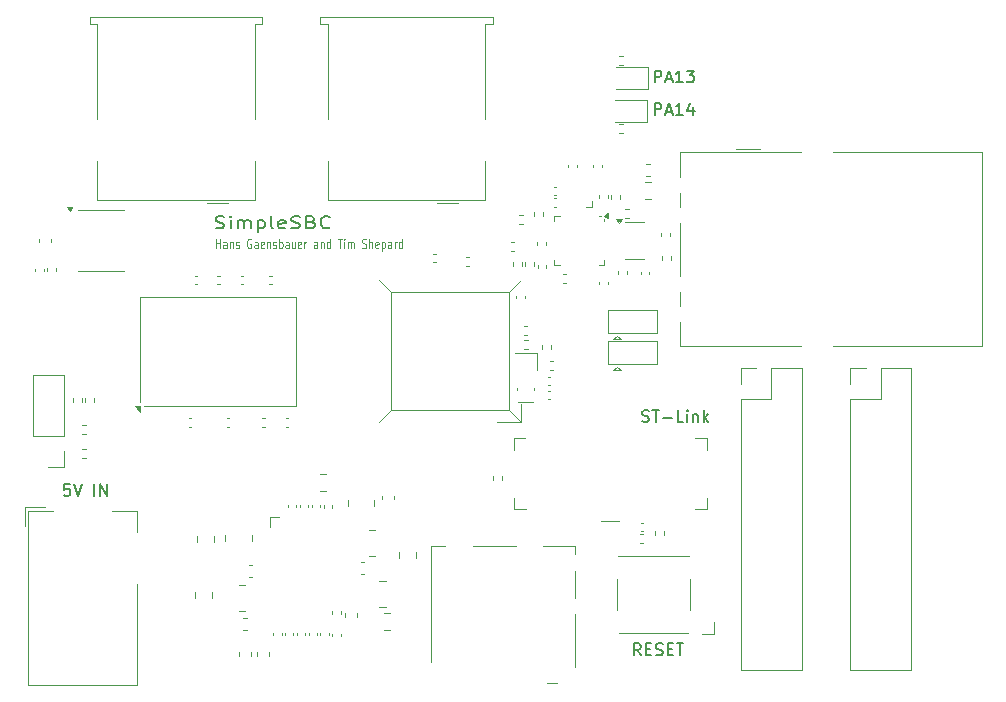
<source format=gbr>
%TF.GenerationSoftware,KiCad,Pcbnew,9.0.0*%
%TF.CreationDate,2025-03-22T23:10:54-04:00*%
%TF.ProjectId,simpleSBC,73696d70-6c65-4534-9243-2e6b69636164,rev?*%
%TF.SameCoordinates,Original*%
%TF.FileFunction,Legend,Top*%
%TF.FilePolarity,Positive*%
%FSLAX46Y46*%
G04 Gerber Fmt 4.6, Leading zero omitted, Abs format (unit mm)*
G04 Created by KiCad (PCBNEW 9.0.0) date 2025-03-22 23:10:54*
%MOMM*%
%LPD*%
G01*
G04 APERTURE LIST*
%ADD10C,0.150000*%
%ADD11C,0.090000*%
%ADD12C,0.120000*%
%ADD13C,0.100000*%
G04 APERTURE END LIST*
D10*
X161836779Y-65869819D02*
X161836779Y-64869819D01*
X161836779Y-64869819D02*
X162217731Y-64869819D01*
X162217731Y-64869819D02*
X162312969Y-64917438D01*
X162312969Y-64917438D02*
X162360588Y-64965057D01*
X162360588Y-64965057D02*
X162408207Y-65060295D01*
X162408207Y-65060295D02*
X162408207Y-65203152D01*
X162408207Y-65203152D02*
X162360588Y-65298390D01*
X162360588Y-65298390D02*
X162312969Y-65346009D01*
X162312969Y-65346009D02*
X162217731Y-65393628D01*
X162217731Y-65393628D02*
X161836779Y-65393628D01*
X162789160Y-65584104D02*
X163265350Y-65584104D01*
X162693922Y-65869819D02*
X163027255Y-64869819D01*
X163027255Y-64869819D02*
X163360588Y-65869819D01*
X164217731Y-65869819D02*
X163646303Y-65869819D01*
X163932017Y-65869819D02*
X163932017Y-64869819D01*
X163932017Y-64869819D02*
X163836779Y-65012676D01*
X163836779Y-65012676D02*
X163741541Y-65107914D01*
X163741541Y-65107914D02*
X163646303Y-65155533D01*
X165074874Y-65203152D02*
X165074874Y-65869819D01*
X164836779Y-64822200D02*
X164598684Y-65536485D01*
X164598684Y-65536485D02*
X165217731Y-65536485D01*
X160658207Y-111619819D02*
X160324874Y-111143628D01*
X160086779Y-111619819D02*
X160086779Y-110619819D01*
X160086779Y-110619819D02*
X160467731Y-110619819D01*
X160467731Y-110619819D02*
X160562969Y-110667438D01*
X160562969Y-110667438D02*
X160610588Y-110715057D01*
X160610588Y-110715057D02*
X160658207Y-110810295D01*
X160658207Y-110810295D02*
X160658207Y-110953152D01*
X160658207Y-110953152D02*
X160610588Y-111048390D01*
X160610588Y-111048390D02*
X160562969Y-111096009D01*
X160562969Y-111096009D02*
X160467731Y-111143628D01*
X160467731Y-111143628D02*
X160086779Y-111143628D01*
X161086779Y-111096009D02*
X161420112Y-111096009D01*
X161562969Y-111619819D02*
X161086779Y-111619819D01*
X161086779Y-111619819D02*
X161086779Y-110619819D01*
X161086779Y-110619819D02*
X161562969Y-110619819D01*
X161943922Y-111572200D02*
X162086779Y-111619819D01*
X162086779Y-111619819D02*
X162324874Y-111619819D01*
X162324874Y-111619819D02*
X162420112Y-111572200D01*
X162420112Y-111572200D02*
X162467731Y-111524580D01*
X162467731Y-111524580D02*
X162515350Y-111429342D01*
X162515350Y-111429342D02*
X162515350Y-111334104D01*
X162515350Y-111334104D02*
X162467731Y-111238866D01*
X162467731Y-111238866D02*
X162420112Y-111191247D01*
X162420112Y-111191247D02*
X162324874Y-111143628D01*
X162324874Y-111143628D02*
X162134398Y-111096009D01*
X162134398Y-111096009D02*
X162039160Y-111048390D01*
X162039160Y-111048390D02*
X161991541Y-111000771D01*
X161991541Y-111000771D02*
X161943922Y-110905533D01*
X161943922Y-110905533D02*
X161943922Y-110810295D01*
X161943922Y-110810295D02*
X161991541Y-110715057D01*
X161991541Y-110715057D02*
X162039160Y-110667438D01*
X162039160Y-110667438D02*
X162134398Y-110619819D01*
X162134398Y-110619819D02*
X162372493Y-110619819D01*
X162372493Y-110619819D02*
X162515350Y-110667438D01*
X162943922Y-111096009D02*
X163277255Y-111096009D01*
X163420112Y-111619819D02*
X162943922Y-111619819D01*
X162943922Y-111619819D02*
X162943922Y-110619819D01*
X162943922Y-110619819D02*
X163420112Y-110619819D01*
X163705827Y-110619819D02*
X164277255Y-110619819D01*
X163991541Y-111619819D02*
X163991541Y-110619819D01*
X124661904Y-75407200D02*
X124843333Y-75454819D01*
X124843333Y-75454819D02*
X125145714Y-75454819D01*
X125145714Y-75454819D02*
X125266666Y-75407200D01*
X125266666Y-75407200D02*
X125327142Y-75359580D01*
X125327142Y-75359580D02*
X125387619Y-75264342D01*
X125387619Y-75264342D02*
X125387619Y-75169104D01*
X125387619Y-75169104D02*
X125327142Y-75073866D01*
X125327142Y-75073866D02*
X125266666Y-75026247D01*
X125266666Y-75026247D02*
X125145714Y-74978628D01*
X125145714Y-74978628D02*
X124903809Y-74931009D01*
X124903809Y-74931009D02*
X124782857Y-74883390D01*
X124782857Y-74883390D02*
X124722380Y-74835771D01*
X124722380Y-74835771D02*
X124661904Y-74740533D01*
X124661904Y-74740533D02*
X124661904Y-74645295D01*
X124661904Y-74645295D02*
X124722380Y-74550057D01*
X124722380Y-74550057D02*
X124782857Y-74502438D01*
X124782857Y-74502438D02*
X124903809Y-74454819D01*
X124903809Y-74454819D02*
X125206190Y-74454819D01*
X125206190Y-74454819D02*
X125387619Y-74502438D01*
X125931904Y-75454819D02*
X125931904Y-74788152D01*
X125931904Y-74454819D02*
X125871428Y-74502438D01*
X125871428Y-74502438D02*
X125931904Y-74550057D01*
X125931904Y-74550057D02*
X125992381Y-74502438D01*
X125992381Y-74502438D02*
X125931904Y-74454819D01*
X125931904Y-74454819D02*
X125931904Y-74550057D01*
X126536666Y-75454819D02*
X126536666Y-74788152D01*
X126536666Y-74883390D02*
X126597143Y-74835771D01*
X126597143Y-74835771D02*
X126718095Y-74788152D01*
X126718095Y-74788152D02*
X126899524Y-74788152D01*
X126899524Y-74788152D02*
X127020476Y-74835771D01*
X127020476Y-74835771D02*
X127080952Y-74931009D01*
X127080952Y-74931009D02*
X127080952Y-75454819D01*
X127080952Y-74931009D02*
X127141428Y-74835771D01*
X127141428Y-74835771D02*
X127262381Y-74788152D01*
X127262381Y-74788152D02*
X127443809Y-74788152D01*
X127443809Y-74788152D02*
X127564762Y-74835771D01*
X127564762Y-74835771D02*
X127625238Y-74931009D01*
X127625238Y-74931009D02*
X127625238Y-75454819D01*
X128229999Y-74788152D02*
X128229999Y-75788152D01*
X128229999Y-74835771D02*
X128350952Y-74788152D01*
X128350952Y-74788152D02*
X128592857Y-74788152D01*
X128592857Y-74788152D02*
X128713809Y-74835771D01*
X128713809Y-74835771D02*
X128774285Y-74883390D01*
X128774285Y-74883390D02*
X128834761Y-74978628D01*
X128834761Y-74978628D02*
X128834761Y-75264342D01*
X128834761Y-75264342D02*
X128774285Y-75359580D01*
X128774285Y-75359580D02*
X128713809Y-75407200D01*
X128713809Y-75407200D02*
X128592857Y-75454819D01*
X128592857Y-75454819D02*
X128350952Y-75454819D01*
X128350952Y-75454819D02*
X128229999Y-75407200D01*
X129560476Y-75454819D02*
X129439524Y-75407200D01*
X129439524Y-75407200D02*
X129379047Y-75311961D01*
X129379047Y-75311961D02*
X129379047Y-74454819D01*
X130528095Y-75407200D02*
X130407143Y-75454819D01*
X130407143Y-75454819D02*
X130165238Y-75454819D01*
X130165238Y-75454819D02*
X130044285Y-75407200D01*
X130044285Y-75407200D02*
X129983809Y-75311961D01*
X129983809Y-75311961D02*
X129983809Y-74931009D01*
X129983809Y-74931009D02*
X130044285Y-74835771D01*
X130044285Y-74835771D02*
X130165238Y-74788152D01*
X130165238Y-74788152D02*
X130407143Y-74788152D01*
X130407143Y-74788152D02*
X130528095Y-74835771D01*
X130528095Y-74835771D02*
X130588571Y-74931009D01*
X130588571Y-74931009D02*
X130588571Y-75026247D01*
X130588571Y-75026247D02*
X129983809Y-75121485D01*
X131072380Y-75407200D02*
X131253809Y-75454819D01*
X131253809Y-75454819D02*
X131556190Y-75454819D01*
X131556190Y-75454819D02*
X131677142Y-75407200D01*
X131677142Y-75407200D02*
X131737618Y-75359580D01*
X131737618Y-75359580D02*
X131798095Y-75264342D01*
X131798095Y-75264342D02*
X131798095Y-75169104D01*
X131798095Y-75169104D02*
X131737618Y-75073866D01*
X131737618Y-75073866D02*
X131677142Y-75026247D01*
X131677142Y-75026247D02*
X131556190Y-74978628D01*
X131556190Y-74978628D02*
X131314285Y-74931009D01*
X131314285Y-74931009D02*
X131193333Y-74883390D01*
X131193333Y-74883390D02*
X131132856Y-74835771D01*
X131132856Y-74835771D02*
X131072380Y-74740533D01*
X131072380Y-74740533D02*
X131072380Y-74645295D01*
X131072380Y-74645295D02*
X131132856Y-74550057D01*
X131132856Y-74550057D02*
X131193333Y-74502438D01*
X131193333Y-74502438D02*
X131314285Y-74454819D01*
X131314285Y-74454819D02*
X131616666Y-74454819D01*
X131616666Y-74454819D02*
X131798095Y-74502438D01*
X132765714Y-74931009D02*
X132947142Y-74978628D01*
X132947142Y-74978628D02*
X133007619Y-75026247D01*
X133007619Y-75026247D02*
X133068095Y-75121485D01*
X133068095Y-75121485D02*
X133068095Y-75264342D01*
X133068095Y-75264342D02*
X133007619Y-75359580D01*
X133007619Y-75359580D02*
X132947142Y-75407200D01*
X132947142Y-75407200D02*
X132826190Y-75454819D01*
X132826190Y-75454819D02*
X132342380Y-75454819D01*
X132342380Y-75454819D02*
X132342380Y-74454819D01*
X132342380Y-74454819D02*
X132765714Y-74454819D01*
X132765714Y-74454819D02*
X132886666Y-74502438D01*
X132886666Y-74502438D02*
X132947142Y-74550057D01*
X132947142Y-74550057D02*
X133007619Y-74645295D01*
X133007619Y-74645295D02*
X133007619Y-74740533D01*
X133007619Y-74740533D02*
X132947142Y-74835771D01*
X132947142Y-74835771D02*
X132886666Y-74883390D01*
X132886666Y-74883390D02*
X132765714Y-74931009D01*
X132765714Y-74931009D02*
X132342380Y-74931009D01*
X134338095Y-75359580D02*
X134277619Y-75407200D01*
X134277619Y-75407200D02*
X134096190Y-75454819D01*
X134096190Y-75454819D02*
X133975238Y-75454819D01*
X133975238Y-75454819D02*
X133793809Y-75407200D01*
X133793809Y-75407200D02*
X133672857Y-75311961D01*
X133672857Y-75311961D02*
X133612380Y-75216723D01*
X133612380Y-75216723D02*
X133551904Y-75026247D01*
X133551904Y-75026247D02*
X133551904Y-74883390D01*
X133551904Y-74883390D02*
X133612380Y-74692914D01*
X133612380Y-74692914D02*
X133672857Y-74597676D01*
X133672857Y-74597676D02*
X133793809Y-74502438D01*
X133793809Y-74502438D02*
X133975238Y-74454819D01*
X133975238Y-74454819D02*
X134096190Y-74454819D01*
X134096190Y-74454819D02*
X134277619Y-74502438D01*
X134277619Y-74502438D02*
X134338095Y-74550057D01*
D11*
X124702067Y-77147415D02*
X124702067Y-76347415D01*
X124702067Y-76728367D02*
X125044924Y-76728367D01*
X125044924Y-77147415D02*
X125044924Y-76347415D01*
X125587781Y-77147415D02*
X125587781Y-76728367D01*
X125587781Y-76728367D02*
X125559209Y-76652177D01*
X125559209Y-76652177D02*
X125502066Y-76614081D01*
X125502066Y-76614081D02*
X125387781Y-76614081D01*
X125387781Y-76614081D02*
X125330638Y-76652177D01*
X125587781Y-77109320D02*
X125530638Y-77147415D01*
X125530638Y-77147415D02*
X125387781Y-77147415D01*
X125387781Y-77147415D02*
X125330638Y-77109320D01*
X125330638Y-77109320D02*
X125302066Y-77033129D01*
X125302066Y-77033129D02*
X125302066Y-76956939D01*
X125302066Y-76956939D02*
X125330638Y-76880748D01*
X125330638Y-76880748D02*
X125387781Y-76842653D01*
X125387781Y-76842653D02*
X125530638Y-76842653D01*
X125530638Y-76842653D02*
X125587781Y-76804558D01*
X125873495Y-76614081D02*
X125873495Y-77147415D01*
X125873495Y-76690272D02*
X125902066Y-76652177D01*
X125902066Y-76652177D02*
X125959209Y-76614081D01*
X125959209Y-76614081D02*
X126044923Y-76614081D01*
X126044923Y-76614081D02*
X126102066Y-76652177D01*
X126102066Y-76652177D02*
X126130638Y-76728367D01*
X126130638Y-76728367D02*
X126130638Y-77147415D01*
X126387780Y-77109320D02*
X126444923Y-77147415D01*
X126444923Y-77147415D02*
X126559209Y-77147415D01*
X126559209Y-77147415D02*
X126616352Y-77109320D01*
X126616352Y-77109320D02*
X126644923Y-77033129D01*
X126644923Y-77033129D02*
X126644923Y-76995034D01*
X126644923Y-76995034D02*
X126616352Y-76918843D01*
X126616352Y-76918843D02*
X126559209Y-76880748D01*
X126559209Y-76880748D02*
X126473495Y-76880748D01*
X126473495Y-76880748D02*
X126416352Y-76842653D01*
X126416352Y-76842653D02*
X126387780Y-76766462D01*
X126387780Y-76766462D02*
X126387780Y-76728367D01*
X126387780Y-76728367D02*
X126416352Y-76652177D01*
X126416352Y-76652177D02*
X126473495Y-76614081D01*
X126473495Y-76614081D02*
X126559209Y-76614081D01*
X126559209Y-76614081D02*
X126616352Y-76652177D01*
X127673494Y-76385510D02*
X127616352Y-76347415D01*
X127616352Y-76347415D02*
X127530637Y-76347415D01*
X127530637Y-76347415D02*
X127444923Y-76385510D01*
X127444923Y-76385510D02*
X127387780Y-76461700D01*
X127387780Y-76461700D02*
X127359209Y-76537891D01*
X127359209Y-76537891D02*
X127330637Y-76690272D01*
X127330637Y-76690272D02*
X127330637Y-76804558D01*
X127330637Y-76804558D02*
X127359209Y-76956939D01*
X127359209Y-76956939D02*
X127387780Y-77033129D01*
X127387780Y-77033129D02*
X127444923Y-77109320D01*
X127444923Y-77109320D02*
X127530637Y-77147415D01*
X127530637Y-77147415D02*
X127587780Y-77147415D01*
X127587780Y-77147415D02*
X127673494Y-77109320D01*
X127673494Y-77109320D02*
X127702066Y-77071224D01*
X127702066Y-77071224D02*
X127702066Y-76804558D01*
X127702066Y-76804558D02*
X127587780Y-76804558D01*
X128216352Y-77147415D02*
X128216352Y-76728367D01*
X128216352Y-76728367D02*
X128187780Y-76652177D01*
X128187780Y-76652177D02*
X128130637Y-76614081D01*
X128130637Y-76614081D02*
X128016352Y-76614081D01*
X128016352Y-76614081D02*
X127959209Y-76652177D01*
X128216352Y-77109320D02*
X128159209Y-77147415D01*
X128159209Y-77147415D02*
X128016352Y-77147415D01*
X128016352Y-77147415D02*
X127959209Y-77109320D01*
X127959209Y-77109320D02*
X127930637Y-77033129D01*
X127930637Y-77033129D02*
X127930637Y-76956939D01*
X127930637Y-76956939D02*
X127959209Y-76880748D01*
X127959209Y-76880748D02*
X128016352Y-76842653D01*
X128016352Y-76842653D02*
X128159209Y-76842653D01*
X128159209Y-76842653D02*
X128216352Y-76804558D01*
X128730637Y-77109320D02*
X128673494Y-77147415D01*
X128673494Y-77147415D02*
X128559209Y-77147415D01*
X128559209Y-77147415D02*
X128502066Y-77109320D01*
X128502066Y-77109320D02*
X128473494Y-77033129D01*
X128473494Y-77033129D02*
X128473494Y-76728367D01*
X128473494Y-76728367D02*
X128502066Y-76652177D01*
X128502066Y-76652177D02*
X128559209Y-76614081D01*
X128559209Y-76614081D02*
X128673494Y-76614081D01*
X128673494Y-76614081D02*
X128730637Y-76652177D01*
X128730637Y-76652177D02*
X128759209Y-76728367D01*
X128759209Y-76728367D02*
X128759209Y-76804558D01*
X128759209Y-76804558D02*
X128473494Y-76880748D01*
X129016352Y-76614081D02*
X129016352Y-77147415D01*
X129016352Y-76690272D02*
X129044923Y-76652177D01*
X129044923Y-76652177D02*
X129102066Y-76614081D01*
X129102066Y-76614081D02*
X129187780Y-76614081D01*
X129187780Y-76614081D02*
X129244923Y-76652177D01*
X129244923Y-76652177D02*
X129273495Y-76728367D01*
X129273495Y-76728367D02*
X129273495Y-77147415D01*
X129530637Y-77109320D02*
X129587780Y-77147415D01*
X129587780Y-77147415D02*
X129702066Y-77147415D01*
X129702066Y-77147415D02*
X129759209Y-77109320D01*
X129759209Y-77109320D02*
X129787780Y-77033129D01*
X129787780Y-77033129D02*
X129787780Y-76995034D01*
X129787780Y-76995034D02*
X129759209Y-76918843D01*
X129759209Y-76918843D02*
X129702066Y-76880748D01*
X129702066Y-76880748D02*
X129616352Y-76880748D01*
X129616352Y-76880748D02*
X129559209Y-76842653D01*
X129559209Y-76842653D02*
X129530637Y-76766462D01*
X129530637Y-76766462D02*
X129530637Y-76728367D01*
X129530637Y-76728367D02*
X129559209Y-76652177D01*
X129559209Y-76652177D02*
X129616352Y-76614081D01*
X129616352Y-76614081D02*
X129702066Y-76614081D01*
X129702066Y-76614081D02*
X129759209Y-76652177D01*
X130044923Y-77147415D02*
X130044923Y-76347415D01*
X130044923Y-76652177D02*
X130102066Y-76614081D01*
X130102066Y-76614081D02*
X130216351Y-76614081D01*
X130216351Y-76614081D02*
X130273494Y-76652177D01*
X130273494Y-76652177D02*
X130302066Y-76690272D01*
X130302066Y-76690272D02*
X130330637Y-76766462D01*
X130330637Y-76766462D02*
X130330637Y-76995034D01*
X130330637Y-76995034D02*
X130302066Y-77071224D01*
X130302066Y-77071224D02*
X130273494Y-77109320D01*
X130273494Y-77109320D02*
X130216351Y-77147415D01*
X130216351Y-77147415D02*
X130102066Y-77147415D01*
X130102066Y-77147415D02*
X130044923Y-77109320D01*
X130844923Y-77147415D02*
X130844923Y-76728367D01*
X130844923Y-76728367D02*
X130816351Y-76652177D01*
X130816351Y-76652177D02*
X130759208Y-76614081D01*
X130759208Y-76614081D02*
X130644923Y-76614081D01*
X130644923Y-76614081D02*
X130587780Y-76652177D01*
X130844923Y-77109320D02*
X130787780Y-77147415D01*
X130787780Y-77147415D02*
X130644923Y-77147415D01*
X130644923Y-77147415D02*
X130587780Y-77109320D01*
X130587780Y-77109320D02*
X130559208Y-77033129D01*
X130559208Y-77033129D02*
X130559208Y-76956939D01*
X130559208Y-76956939D02*
X130587780Y-76880748D01*
X130587780Y-76880748D02*
X130644923Y-76842653D01*
X130644923Y-76842653D02*
X130787780Y-76842653D01*
X130787780Y-76842653D02*
X130844923Y-76804558D01*
X131387780Y-76614081D02*
X131387780Y-77147415D01*
X131130637Y-76614081D02*
X131130637Y-77033129D01*
X131130637Y-77033129D02*
X131159208Y-77109320D01*
X131159208Y-77109320D02*
X131216351Y-77147415D01*
X131216351Y-77147415D02*
X131302065Y-77147415D01*
X131302065Y-77147415D02*
X131359208Y-77109320D01*
X131359208Y-77109320D02*
X131387780Y-77071224D01*
X131902065Y-77109320D02*
X131844922Y-77147415D01*
X131844922Y-77147415D02*
X131730637Y-77147415D01*
X131730637Y-77147415D02*
X131673494Y-77109320D01*
X131673494Y-77109320D02*
X131644922Y-77033129D01*
X131644922Y-77033129D02*
X131644922Y-76728367D01*
X131644922Y-76728367D02*
X131673494Y-76652177D01*
X131673494Y-76652177D02*
X131730637Y-76614081D01*
X131730637Y-76614081D02*
X131844922Y-76614081D01*
X131844922Y-76614081D02*
X131902065Y-76652177D01*
X131902065Y-76652177D02*
X131930637Y-76728367D01*
X131930637Y-76728367D02*
X131930637Y-76804558D01*
X131930637Y-76804558D02*
X131644922Y-76880748D01*
X132187780Y-77147415D02*
X132187780Y-76614081D01*
X132187780Y-76766462D02*
X132216351Y-76690272D01*
X132216351Y-76690272D02*
X132244923Y-76652177D01*
X132244923Y-76652177D02*
X132302065Y-76614081D01*
X132302065Y-76614081D02*
X132359208Y-76614081D01*
X133273495Y-77147415D02*
X133273495Y-76728367D01*
X133273495Y-76728367D02*
X133244923Y-76652177D01*
X133244923Y-76652177D02*
X133187780Y-76614081D01*
X133187780Y-76614081D02*
X133073495Y-76614081D01*
X133073495Y-76614081D02*
X133016352Y-76652177D01*
X133273495Y-77109320D02*
X133216352Y-77147415D01*
X133216352Y-77147415D02*
X133073495Y-77147415D01*
X133073495Y-77147415D02*
X133016352Y-77109320D01*
X133016352Y-77109320D02*
X132987780Y-77033129D01*
X132987780Y-77033129D02*
X132987780Y-76956939D01*
X132987780Y-76956939D02*
X133016352Y-76880748D01*
X133016352Y-76880748D02*
X133073495Y-76842653D01*
X133073495Y-76842653D02*
X133216352Y-76842653D01*
X133216352Y-76842653D02*
X133273495Y-76804558D01*
X133559209Y-76614081D02*
X133559209Y-77147415D01*
X133559209Y-76690272D02*
X133587780Y-76652177D01*
X133587780Y-76652177D02*
X133644923Y-76614081D01*
X133644923Y-76614081D02*
X133730637Y-76614081D01*
X133730637Y-76614081D02*
X133787780Y-76652177D01*
X133787780Y-76652177D02*
X133816352Y-76728367D01*
X133816352Y-76728367D02*
X133816352Y-77147415D01*
X134359209Y-77147415D02*
X134359209Y-76347415D01*
X134359209Y-77109320D02*
X134302066Y-77147415D01*
X134302066Y-77147415D02*
X134187780Y-77147415D01*
X134187780Y-77147415D02*
X134130637Y-77109320D01*
X134130637Y-77109320D02*
X134102066Y-77071224D01*
X134102066Y-77071224D02*
X134073494Y-76995034D01*
X134073494Y-76995034D02*
X134073494Y-76766462D01*
X134073494Y-76766462D02*
X134102066Y-76690272D01*
X134102066Y-76690272D02*
X134130637Y-76652177D01*
X134130637Y-76652177D02*
X134187780Y-76614081D01*
X134187780Y-76614081D02*
X134302066Y-76614081D01*
X134302066Y-76614081D02*
X134359209Y-76652177D01*
X135016351Y-76347415D02*
X135359209Y-76347415D01*
X135187780Y-77147415D02*
X135187780Y-76347415D01*
X135559209Y-77147415D02*
X135559209Y-76614081D01*
X135559209Y-76347415D02*
X135530637Y-76385510D01*
X135530637Y-76385510D02*
X135559209Y-76423605D01*
X135559209Y-76423605D02*
X135587780Y-76385510D01*
X135587780Y-76385510D02*
X135559209Y-76347415D01*
X135559209Y-76347415D02*
X135559209Y-76423605D01*
X135844923Y-77147415D02*
X135844923Y-76614081D01*
X135844923Y-76690272D02*
X135873494Y-76652177D01*
X135873494Y-76652177D02*
X135930637Y-76614081D01*
X135930637Y-76614081D02*
X136016351Y-76614081D01*
X136016351Y-76614081D02*
X136073494Y-76652177D01*
X136073494Y-76652177D02*
X136102066Y-76728367D01*
X136102066Y-76728367D02*
X136102066Y-77147415D01*
X136102066Y-76728367D02*
X136130637Y-76652177D01*
X136130637Y-76652177D02*
X136187780Y-76614081D01*
X136187780Y-76614081D02*
X136273494Y-76614081D01*
X136273494Y-76614081D02*
X136330637Y-76652177D01*
X136330637Y-76652177D02*
X136359208Y-76728367D01*
X136359208Y-76728367D02*
X136359208Y-77147415D01*
X137073494Y-77109320D02*
X137159209Y-77147415D01*
X137159209Y-77147415D02*
X137302066Y-77147415D01*
X137302066Y-77147415D02*
X137359209Y-77109320D01*
X137359209Y-77109320D02*
X137387780Y-77071224D01*
X137387780Y-77071224D02*
X137416351Y-76995034D01*
X137416351Y-76995034D02*
X137416351Y-76918843D01*
X137416351Y-76918843D02*
X137387780Y-76842653D01*
X137387780Y-76842653D02*
X137359209Y-76804558D01*
X137359209Y-76804558D02*
X137302066Y-76766462D01*
X137302066Y-76766462D02*
X137187780Y-76728367D01*
X137187780Y-76728367D02*
X137130637Y-76690272D01*
X137130637Y-76690272D02*
X137102066Y-76652177D01*
X137102066Y-76652177D02*
X137073494Y-76575986D01*
X137073494Y-76575986D02*
X137073494Y-76499796D01*
X137073494Y-76499796D02*
X137102066Y-76423605D01*
X137102066Y-76423605D02*
X137130637Y-76385510D01*
X137130637Y-76385510D02*
X137187780Y-76347415D01*
X137187780Y-76347415D02*
X137330637Y-76347415D01*
X137330637Y-76347415D02*
X137416351Y-76385510D01*
X137673495Y-77147415D02*
X137673495Y-76347415D01*
X137930638Y-77147415D02*
X137930638Y-76728367D01*
X137930638Y-76728367D02*
X137902066Y-76652177D01*
X137902066Y-76652177D02*
X137844923Y-76614081D01*
X137844923Y-76614081D02*
X137759209Y-76614081D01*
X137759209Y-76614081D02*
X137702066Y-76652177D01*
X137702066Y-76652177D02*
X137673495Y-76690272D01*
X138444923Y-77109320D02*
X138387780Y-77147415D01*
X138387780Y-77147415D02*
X138273495Y-77147415D01*
X138273495Y-77147415D02*
X138216352Y-77109320D01*
X138216352Y-77109320D02*
X138187780Y-77033129D01*
X138187780Y-77033129D02*
X138187780Y-76728367D01*
X138187780Y-76728367D02*
X138216352Y-76652177D01*
X138216352Y-76652177D02*
X138273495Y-76614081D01*
X138273495Y-76614081D02*
X138387780Y-76614081D01*
X138387780Y-76614081D02*
X138444923Y-76652177D01*
X138444923Y-76652177D02*
X138473495Y-76728367D01*
X138473495Y-76728367D02*
X138473495Y-76804558D01*
X138473495Y-76804558D02*
X138187780Y-76880748D01*
X138730638Y-76614081D02*
X138730638Y-77414081D01*
X138730638Y-76652177D02*
X138787781Y-76614081D01*
X138787781Y-76614081D02*
X138902066Y-76614081D01*
X138902066Y-76614081D02*
X138959209Y-76652177D01*
X138959209Y-76652177D02*
X138987781Y-76690272D01*
X138987781Y-76690272D02*
X139016352Y-76766462D01*
X139016352Y-76766462D02*
X139016352Y-76995034D01*
X139016352Y-76995034D02*
X138987781Y-77071224D01*
X138987781Y-77071224D02*
X138959209Y-77109320D01*
X138959209Y-77109320D02*
X138902066Y-77147415D01*
X138902066Y-77147415D02*
X138787781Y-77147415D01*
X138787781Y-77147415D02*
X138730638Y-77109320D01*
X139530638Y-77147415D02*
X139530638Y-76728367D01*
X139530638Y-76728367D02*
X139502066Y-76652177D01*
X139502066Y-76652177D02*
X139444923Y-76614081D01*
X139444923Y-76614081D02*
X139330638Y-76614081D01*
X139330638Y-76614081D02*
X139273495Y-76652177D01*
X139530638Y-77109320D02*
X139473495Y-77147415D01*
X139473495Y-77147415D02*
X139330638Y-77147415D01*
X139330638Y-77147415D02*
X139273495Y-77109320D01*
X139273495Y-77109320D02*
X139244923Y-77033129D01*
X139244923Y-77033129D02*
X139244923Y-76956939D01*
X139244923Y-76956939D02*
X139273495Y-76880748D01*
X139273495Y-76880748D02*
X139330638Y-76842653D01*
X139330638Y-76842653D02*
X139473495Y-76842653D01*
X139473495Y-76842653D02*
X139530638Y-76804558D01*
X139816352Y-77147415D02*
X139816352Y-76614081D01*
X139816352Y-76766462D02*
X139844923Y-76690272D01*
X139844923Y-76690272D02*
X139873495Y-76652177D01*
X139873495Y-76652177D02*
X139930637Y-76614081D01*
X139930637Y-76614081D02*
X139987780Y-76614081D01*
X140444924Y-77147415D02*
X140444924Y-76347415D01*
X140444924Y-77109320D02*
X140387781Y-77147415D01*
X140387781Y-77147415D02*
X140273495Y-77147415D01*
X140273495Y-77147415D02*
X140216352Y-77109320D01*
X140216352Y-77109320D02*
X140187781Y-77071224D01*
X140187781Y-77071224D02*
X140159209Y-76995034D01*
X140159209Y-76995034D02*
X140159209Y-76766462D01*
X140159209Y-76766462D02*
X140187781Y-76690272D01*
X140187781Y-76690272D02*
X140216352Y-76652177D01*
X140216352Y-76652177D02*
X140273495Y-76614081D01*
X140273495Y-76614081D02*
X140387781Y-76614081D01*
X140387781Y-76614081D02*
X140444924Y-76652177D01*
D10*
X160789160Y-91822200D02*
X160932017Y-91869819D01*
X160932017Y-91869819D02*
X161170112Y-91869819D01*
X161170112Y-91869819D02*
X161265350Y-91822200D01*
X161265350Y-91822200D02*
X161312969Y-91774580D01*
X161312969Y-91774580D02*
X161360588Y-91679342D01*
X161360588Y-91679342D02*
X161360588Y-91584104D01*
X161360588Y-91584104D02*
X161312969Y-91488866D01*
X161312969Y-91488866D02*
X161265350Y-91441247D01*
X161265350Y-91441247D02*
X161170112Y-91393628D01*
X161170112Y-91393628D02*
X160979636Y-91346009D01*
X160979636Y-91346009D02*
X160884398Y-91298390D01*
X160884398Y-91298390D02*
X160836779Y-91250771D01*
X160836779Y-91250771D02*
X160789160Y-91155533D01*
X160789160Y-91155533D02*
X160789160Y-91060295D01*
X160789160Y-91060295D02*
X160836779Y-90965057D01*
X160836779Y-90965057D02*
X160884398Y-90917438D01*
X160884398Y-90917438D02*
X160979636Y-90869819D01*
X160979636Y-90869819D02*
X161217731Y-90869819D01*
X161217731Y-90869819D02*
X161360588Y-90917438D01*
X161646303Y-90869819D02*
X162217731Y-90869819D01*
X161932017Y-91869819D02*
X161932017Y-90869819D01*
X162551065Y-91488866D02*
X163312970Y-91488866D01*
X164265350Y-91869819D02*
X163789160Y-91869819D01*
X163789160Y-91869819D02*
X163789160Y-90869819D01*
X164598684Y-91869819D02*
X164598684Y-91203152D01*
X164598684Y-90869819D02*
X164551065Y-90917438D01*
X164551065Y-90917438D02*
X164598684Y-90965057D01*
X164598684Y-90965057D02*
X164646303Y-90917438D01*
X164646303Y-90917438D02*
X164598684Y-90869819D01*
X164598684Y-90869819D02*
X164598684Y-90965057D01*
X165074874Y-91203152D02*
X165074874Y-91869819D01*
X165074874Y-91298390D02*
X165122493Y-91250771D01*
X165122493Y-91250771D02*
X165217731Y-91203152D01*
X165217731Y-91203152D02*
X165360588Y-91203152D01*
X165360588Y-91203152D02*
X165455826Y-91250771D01*
X165455826Y-91250771D02*
X165503445Y-91346009D01*
X165503445Y-91346009D02*
X165503445Y-91869819D01*
X165979636Y-91869819D02*
X165979636Y-90869819D01*
X166074874Y-91488866D02*
X166360588Y-91869819D01*
X166360588Y-91203152D02*
X165979636Y-91584104D01*
X112312969Y-97119819D02*
X111836779Y-97119819D01*
X111836779Y-97119819D02*
X111789160Y-97596009D01*
X111789160Y-97596009D02*
X111836779Y-97548390D01*
X111836779Y-97548390D02*
X111932017Y-97500771D01*
X111932017Y-97500771D02*
X112170112Y-97500771D01*
X112170112Y-97500771D02*
X112265350Y-97548390D01*
X112265350Y-97548390D02*
X112312969Y-97596009D01*
X112312969Y-97596009D02*
X112360588Y-97691247D01*
X112360588Y-97691247D02*
X112360588Y-97929342D01*
X112360588Y-97929342D02*
X112312969Y-98024580D01*
X112312969Y-98024580D02*
X112265350Y-98072200D01*
X112265350Y-98072200D02*
X112170112Y-98119819D01*
X112170112Y-98119819D02*
X111932017Y-98119819D01*
X111932017Y-98119819D02*
X111836779Y-98072200D01*
X111836779Y-98072200D02*
X111789160Y-98024580D01*
X112646303Y-97119819D02*
X112979636Y-98119819D01*
X112979636Y-98119819D02*
X113312969Y-97119819D01*
X114408208Y-98119819D02*
X114408208Y-97119819D01*
X114884398Y-98119819D02*
X114884398Y-97119819D01*
X114884398Y-97119819D02*
X115455826Y-98119819D01*
X115455826Y-98119819D02*
X115455826Y-97119819D01*
X161836779Y-63119819D02*
X161836779Y-62119819D01*
X161836779Y-62119819D02*
X162217731Y-62119819D01*
X162217731Y-62119819D02*
X162312969Y-62167438D01*
X162312969Y-62167438D02*
X162360588Y-62215057D01*
X162360588Y-62215057D02*
X162408207Y-62310295D01*
X162408207Y-62310295D02*
X162408207Y-62453152D01*
X162408207Y-62453152D02*
X162360588Y-62548390D01*
X162360588Y-62548390D02*
X162312969Y-62596009D01*
X162312969Y-62596009D02*
X162217731Y-62643628D01*
X162217731Y-62643628D02*
X161836779Y-62643628D01*
X162789160Y-62834104D02*
X163265350Y-62834104D01*
X162693922Y-63119819D02*
X163027255Y-62119819D01*
X163027255Y-62119819D02*
X163360588Y-63119819D01*
X164217731Y-63119819D02*
X163646303Y-63119819D01*
X163932017Y-63119819D02*
X163932017Y-62119819D01*
X163932017Y-62119819D02*
X163836779Y-62262676D01*
X163836779Y-62262676D02*
X163741541Y-62357914D01*
X163741541Y-62357914D02*
X163646303Y-62405533D01*
X164551065Y-62119819D02*
X165170112Y-62119819D01*
X165170112Y-62119819D02*
X164836779Y-62500771D01*
X164836779Y-62500771D02*
X164979636Y-62500771D01*
X164979636Y-62500771D02*
X165074874Y-62548390D01*
X165074874Y-62548390D02*
X165122493Y-62596009D01*
X165122493Y-62596009D02*
X165170112Y-62691247D01*
X165170112Y-62691247D02*
X165170112Y-62929342D01*
X165170112Y-62929342D02*
X165122493Y-63024580D01*
X165122493Y-63024580D02*
X165074874Y-63072200D01*
X165074874Y-63072200D02*
X164979636Y-63119819D01*
X164979636Y-63119819D02*
X164693922Y-63119819D01*
X164693922Y-63119819D02*
X164598684Y-63072200D01*
X164598684Y-63072200D02*
X164551065Y-63024580D01*
D12*
%TO.C,JP9*%
X157900000Y-85000000D02*
X162000000Y-85000000D01*
X157900000Y-87000000D02*
X157900000Y-85000000D01*
X158350000Y-87500000D02*
X158950000Y-87500000D01*
X158650000Y-87200000D02*
X158350000Y-87500000D01*
X158650000Y-87200000D02*
X158950000Y-87500000D01*
X162000000Y-85000000D02*
X162000000Y-87000000D01*
X162000000Y-87000000D02*
X157900000Y-87000000D01*
%TO.C,JP8*%
X157900000Y-82357500D02*
X162000000Y-82357500D01*
X157900000Y-84357500D02*
X157900000Y-82357500D01*
X158350000Y-84857500D02*
X158950000Y-84857500D01*
X158650000Y-84557500D02*
X158350000Y-84857500D01*
X158650000Y-84557500D02*
X158950000Y-84857500D01*
X162000000Y-82357500D02*
X162000000Y-84357500D01*
X162000000Y-84357500D02*
X157900000Y-84357500D01*
%TO.C,C43*%
X151915000Y-76642164D02*
X151915000Y-76857836D01*
X152635000Y-76642164D02*
X152635000Y-76857836D01*
%TO.C,C71*%
X127009420Y-108490000D02*
X127290580Y-108490000D01*
X127009420Y-109510000D02*
X127290580Y-109510000D01*
%TO.C,R61*%
X158858859Y-66670000D02*
X159166141Y-66670000D01*
X158858859Y-67430000D02*
X159166141Y-67430000D01*
%TO.C,C96*%
X134540000Y-108107836D02*
X134540000Y-107892164D01*
X135260000Y-108107836D02*
X135260000Y-107892164D01*
%TO.C,C70*%
X127459420Y-103990000D02*
X127740580Y-103990000D01*
X127459420Y-105010000D02*
X127740580Y-105010000D01*
%TO.C,R57*%
X113346359Y-92130000D02*
X113653641Y-92130000D01*
X113346359Y-92890000D02*
X113653641Y-92890000D01*
%TO.C,R51*%
X151920000Y-78546359D02*
X151920000Y-78853641D01*
X152680000Y-78546359D02*
X152680000Y-78853641D01*
%TO.C,C6*%
X129192164Y-79490000D02*
X129407836Y-79490000D01*
X129192164Y-80210000D02*
X129407836Y-80210000D01*
%TO.C,C39*%
X109390000Y-79107836D02*
X109390000Y-78892164D01*
X110110000Y-79107836D02*
X110110000Y-78892164D01*
%TO.C,J4*%
X108500000Y-99100000D02*
X108500000Y-100700000D01*
X108800000Y-99400000D02*
X110900000Y-99400000D01*
X108800000Y-114100000D02*
X108800000Y-99400000D01*
X110200000Y-99100000D02*
X108500000Y-99100000D01*
X115900000Y-99400000D02*
X118000000Y-99400000D01*
X118000000Y-99400000D02*
X118000000Y-101200000D01*
X118000000Y-105600000D02*
X118000000Y-114100000D01*
X118000000Y-114100000D02*
X108800000Y-114100000D01*
%TO.C,R62*%
X145846359Y-77870000D02*
X146153641Y-77870000D01*
X145846359Y-78630000D02*
X146153641Y-78630000D01*
%TO.C,C19*%
X122607836Y-91540000D02*
X122392164Y-91540000D01*
X122607836Y-92260000D02*
X122392164Y-92260000D01*
%TO.C,U1*%
X139500000Y-80850000D02*
X138500000Y-79850000D01*
X139500000Y-80850000D02*
X149500000Y-80850000D01*
X139500000Y-90850000D02*
X138500000Y-91850000D01*
X139500000Y-90850000D02*
X139500000Y-80850000D01*
X149500000Y-80850000D02*
X149500000Y-90850000D01*
X149500000Y-80850000D02*
X150500000Y-79850000D01*
X149500000Y-90850000D02*
X139500000Y-90850000D01*
X149500000Y-90850000D02*
X150500000Y-91850000D01*
X150500000Y-91850000D02*
X148500000Y-91850000D01*
X150500000Y-91850000D02*
X150500000Y-90350000D01*
%TO.C,D1*%
X158562500Y-63710000D02*
X161247500Y-63710000D01*
X161247500Y-61790000D02*
X158562500Y-61790000D01*
X161247500Y-63710000D02*
X161247500Y-61790000D01*
%TO.C,JP2*%
X112620000Y-89846359D02*
X112620000Y-90153641D01*
X113380000Y-89846359D02*
X113380000Y-90153641D01*
%TO.C,J8*%
X109170000Y-93060000D02*
X109170000Y-87920000D01*
X111830000Y-87920000D02*
X109170000Y-87920000D01*
X111830000Y-93060000D02*
X109170000Y-93060000D01*
X111830000Y-93060000D02*
X111830000Y-87920000D01*
X111830000Y-94330000D02*
X111830000Y-95660000D01*
X111830000Y-95660000D02*
X110500000Y-95660000D01*
%TO.C,C47*%
X160640000Y-79357836D02*
X160640000Y-79142164D01*
X161360000Y-79357836D02*
X161360000Y-79142164D01*
%TO.C,C93*%
X138888748Y-108015000D02*
X139411252Y-108015000D01*
X138888748Y-109485000D02*
X139411252Y-109485000D01*
%TO.C,C85*%
X161013748Y-71515000D02*
X161536252Y-71515000D01*
X161013748Y-72985000D02*
X161536252Y-72985000D01*
D13*
%TO.C,U4*%
X129250000Y-99950000D02*
X129250000Y-100750000D01*
X130050000Y-99950000D02*
X129250000Y-99950000D01*
D12*
%TO.C,C90*%
X123065000Y-102011252D02*
X123065000Y-101488748D01*
X124535000Y-102011252D02*
X124535000Y-101488748D01*
%TO.C,C91*%
X122915000Y-106761252D02*
X122915000Y-106238748D01*
X124385000Y-106761252D02*
X124385000Y-106238748D01*
D13*
%TO.C,Y3*%
X156000000Y-73650000D02*
X156500000Y-73650000D01*
X156500000Y-73650000D02*
X156500000Y-73150000D01*
D12*
%TO.C,R7*%
X152320000Y-85346359D02*
X152320000Y-85653641D01*
X153080000Y-85346359D02*
X153080000Y-85653641D01*
%TO.C,R63*%
X160883641Y-101370000D02*
X160576359Y-101370000D01*
X160883641Y-102130000D02*
X160576359Y-102130000D01*
%TO.C,R52*%
X162420000Y-77846359D02*
X162420000Y-78153641D01*
X163180000Y-77846359D02*
X163180000Y-78153641D01*
%TO.C,C67*%
X134540000Y-109792164D02*
X134540000Y-110007836D01*
X135260000Y-109792164D02*
X135260000Y-110007836D01*
%TO.C,X1*%
X151900000Y-86050000D02*
X150050000Y-86050000D01*
X151900000Y-87500000D02*
X151900000Y-86050000D01*
%TO.C,C86*%
X132540000Y-109907836D02*
X132540000Y-109692164D01*
X133260000Y-109907836D02*
X133260000Y-109692164D01*
%TO.C,R42*%
X154046359Y-79320000D02*
X154353641Y-79320000D01*
X154046359Y-80080000D02*
X154353641Y-80080000D01*
%TO.C,J9*%
X178380000Y-87310000D02*
X179710000Y-87310000D01*
X178380000Y-88640000D02*
X178380000Y-87310000D01*
X178380000Y-89910000D02*
X178380000Y-112830000D01*
X178380000Y-89910000D02*
X180980000Y-89910000D01*
X178380000Y-112830000D02*
X183580000Y-112830000D01*
X180980000Y-87310000D02*
X183580000Y-87310000D01*
X180980000Y-89910000D02*
X180980000Y-87310000D01*
X183580000Y-87310000D02*
X183580000Y-112830000D01*
%TO.C,L3*%
X137638748Y-100990000D02*
X138161252Y-100990000D01*
X137638748Y-103210000D02*
X138161252Y-103210000D01*
%TO.C,C73*%
X135590000Y-108340580D02*
X135590000Y-108059420D01*
X136610000Y-108340580D02*
X136610000Y-108059420D01*
%TO.C,R55*%
X159346359Y-73870000D02*
X159653641Y-73870000D01*
X159346359Y-74630000D02*
X159653641Y-74630000D01*
%TO.C,J7*%
X164015000Y-69025000D02*
X164015000Y-71090000D01*
X164015000Y-73630000D02*
X164015000Y-72450000D01*
X164015000Y-79480000D02*
X164015000Y-74990000D01*
X164015000Y-82020000D02*
X164015000Y-80840000D01*
X164015000Y-83380000D02*
X164015000Y-85445000D01*
X164015000Y-85445000D02*
X174205000Y-85445000D01*
X168735000Y-68790000D02*
X170735000Y-68790000D01*
X174205000Y-69025000D02*
X164015000Y-69025000D01*
X176945000Y-85445000D02*
X189535000Y-85445000D01*
X189535000Y-69025000D02*
X176945000Y-69025000D01*
X189535000Y-85445000D02*
X189535000Y-69025000D01*
%TO.C,R8*%
X151078641Y-84945000D02*
X150771359Y-84945000D01*
X151078641Y-85705000D02*
X150771359Y-85705000D01*
%TO.C,J3*%
X169130000Y-87310000D02*
X170460000Y-87310000D01*
X169130000Y-88640000D02*
X169130000Y-87310000D01*
X169130000Y-89910000D02*
X169130000Y-112830000D01*
X169130000Y-89910000D02*
X171730000Y-89910000D01*
X169130000Y-112830000D02*
X174330000Y-112830000D01*
X171730000Y-87310000D02*
X174330000Y-87310000D01*
X171730000Y-89910000D02*
X171730000Y-87310000D01*
X174330000Y-87310000D02*
X174330000Y-112830000D01*
%TO.C,C29*%
X152992164Y-86740000D02*
X153207836Y-86740000D01*
X152992164Y-87460000D02*
X153207836Y-87460000D01*
%TO.C,Y1*%
X150200000Y-89200000D02*
X150200000Y-89000000D01*
X150300000Y-90200000D02*
X151500000Y-90200000D01*
X151600000Y-89200000D02*
X151600000Y-89000000D01*
%TO.C,R6*%
X150746359Y-83720000D02*
X151053641Y-83720000D01*
X150746359Y-84480000D02*
X151053641Y-84480000D01*
%TO.C,L2*%
X127161252Y-105640000D02*
X126638748Y-105640000D01*
X127161252Y-107860000D02*
X126638748Y-107860000D01*
%TO.C,R49*%
X151620000Y-74403641D02*
X151620000Y-74096359D01*
X152380000Y-74403641D02*
X152380000Y-74096359D01*
%TO.C,L4*%
X138538748Y-105290000D02*
X139061252Y-105290000D01*
X138538748Y-107510000D02*
X139061252Y-107510000D01*
%TO.C,C68*%
X131540000Y-109692164D02*
X131540000Y-109907836D01*
X132260000Y-109692164D02*
X132260000Y-109907836D01*
%TO.C,JP3*%
X113620000Y-89846359D02*
X113620000Y-90153641D01*
X114380000Y-89846359D02*
X114380000Y-90153641D01*
%TO.C,R54*%
X158120000Y-72953641D02*
X158120000Y-72646359D01*
X158880000Y-72953641D02*
X158880000Y-72646359D01*
%TO.C,R40*%
X158858859Y-60845000D02*
X159166141Y-60845000D01*
X158858859Y-61605000D02*
X159166141Y-61605000D01*
%TO.C,C69*%
X132790000Y-99107836D02*
X132790000Y-98892164D01*
X133510000Y-99107836D02*
X133510000Y-98892164D01*
%TO.C,FB1*%
X109740000Y-76662779D02*
X109740000Y-76337221D01*
X110760000Y-76662779D02*
X110760000Y-76337221D01*
%TO.C,U5*%
X160137500Y-74940000D02*
X159337500Y-74940000D01*
X160137500Y-74940000D02*
X160937500Y-74940000D01*
X160137500Y-78060000D02*
X159337500Y-78060000D01*
X160137500Y-78060000D02*
X160937500Y-78060000D01*
X158837500Y-74990000D02*
X158597500Y-74660000D01*
X159077500Y-74660000D01*
X158837500Y-74990000D01*
G36*
X158837500Y-74990000D02*
G01*
X158597500Y-74660000D01*
X159077500Y-74660000D01*
X158837500Y-74990000D01*
G37*
%TO.C,J6*%
X114010000Y-57610000D02*
X114010000Y-58130000D01*
X114010000Y-58130000D02*
X114660000Y-58130000D01*
X114660000Y-66240000D02*
X114660000Y-58130000D01*
X114660000Y-73090000D02*
X114660000Y-69760000D01*
X125720000Y-73310000D02*
X123920000Y-73310000D01*
X127980000Y-58130000D02*
X127980000Y-66240000D01*
X127980000Y-58130000D02*
X128630000Y-58130000D01*
X127980000Y-73090000D02*
X114660000Y-73090000D01*
X127980000Y-73090000D02*
X127980000Y-69760000D01*
X128630000Y-57610000D02*
X114010000Y-57610000D01*
X128630000Y-58130000D02*
X128630000Y-57610000D01*
%TO.C,FB3*%
X161112221Y-69990000D02*
X161437779Y-69990000D01*
X161112221Y-71010000D02*
X161437779Y-71010000D01*
%TO.C,R44*%
X150346359Y-74370000D02*
X150653641Y-74370000D01*
X150346359Y-75130000D02*
X150653641Y-75130000D01*
%TO.C,C4*%
X123107836Y-79490000D02*
X122892164Y-79490000D01*
X123107836Y-80210000D02*
X122892164Y-80210000D01*
%TO.C,SW1*%
X158650000Y-107800000D02*
X158650000Y-105200000D01*
X158750000Y-103250000D02*
X164750000Y-103250000D01*
X158850000Y-109750000D02*
X164650000Y-109750000D01*
X164850000Y-107800000D02*
X164850000Y-105200000D01*
X166850000Y-108800000D02*
X166850000Y-109800000D01*
X166850000Y-109800000D02*
X165850000Y-109800000D01*
%TO.C,R56*%
X162395000Y-75846359D02*
X162395000Y-76153641D01*
X163155000Y-75846359D02*
X163155000Y-76153641D01*
%TO.C,C22*%
X124792164Y-79490000D02*
X125007836Y-79490000D01*
X124792164Y-80210000D02*
X125007836Y-80210000D01*
%TO.C,C95*%
X133540000Y-109907836D02*
X133540000Y-109692164D01*
X134260000Y-109907836D02*
X134260000Y-109692164D01*
%TO.C,J2*%
X142890000Y-102342500D02*
X142890000Y-112162500D01*
X144120000Y-102342500D02*
X142890000Y-102342500D01*
X150090000Y-102342500D02*
X146420000Y-102342500D01*
X153590000Y-113982500D02*
X152730000Y-113982500D01*
X155070000Y-102342500D02*
X152390000Y-102342500D01*
X155070000Y-103062500D02*
X155070000Y-102342500D01*
X155070000Y-106762500D02*
X155070000Y-104462500D01*
X155070000Y-112612500D02*
X155070000Y-108162500D01*
%TO.C,C84*%
X157140000Y-79992164D02*
X157140000Y-80207836D01*
X157860000Y-79992164D02*
X157860000Y-80207836D01*
%TO.C,C89*%
X138740000Y-98109420D02*
X138740000Y-98390580D01*
X139760000Y-98109420D02*
X139760000Y-98390580D01*
%TO.C,D2*%
X158512500Y-66510000D02*
X161197500Y-66510000D01*
X161197500Y-64590000D02*
X158512500Y-64590000D01*
X161197500Y-66510000D02*
X161197500Y-64590000D01*
%TO.C,J5*%
X133510000Y-57610000D02*
X133510000Y-58130000D01*
X133510000Y-58130000D02*
X134160000Y-58130000D01*
X134160000Y-66240000D02*
X134160000Y-58130000D01*
X134160000Y-73090000D02*
X134160000Y-69760000D01*
X145220000Y-73310000D02*
X143420000Y-73310000D01*
X147480000Y-58130000D02*
X147480000Y-66240000D01*
X147480000Y-58130000D02*
X148130000Y-58130000D01*
X147480000Y-73090000D02*
X134160000Y-73090000D01*
X147480000Y-73090000D02*
X147480000Y-69760000D01*
X148130000Y-57610000D02*
X133510000Y-57610000D01*
X148130000Y-58130000D02*
X148130000Y-57610000D01*
%TO.C,R41*%
X150870000Y-78653641D02*
X150870000Y-78346359D01*
X151630000Y-78653641D02*
X151630000Y-78346359D01*
D13*
%TO.C,J1*%
X149890000Y-93265000D02*
X149890000Y-94265000D01*
X149890000Y-93265000D02*
X150890000Y-93265000D01*
X149940000Y-99265000D02*
X149940000Y-98265000D01*
X149940000Y-99265000D02*
X150940000Y-99265000D01*
D12*
X157310000Y-100265000D02*
X158810000Y-100265000D01*
D13*
X166240000Y-93215000D02*
X165240000Y-93215000D01*
X166240000Y-93215000D02*
X166240000Y-94215000D01*
X166240000Y-99265000D02*
X165240000Y-99265000D01*
X166240000Y-99265000D02*
X166240000Y-98265000D01*
D12*
%TO.C,C16*%
X128592164Y-91540000D02*
X128807836Y-91540000D01*
X128592164Y-92260000D02*
X128807836Y-92260000D01*
%TO.C,C36*%
X153007836Y-88040000D02*
X152792164Y-88040000D01*
X153007836Y-88760000D02*
X152792164Y-88760000D01*
%TO.C,C94*%
X128140000Y-111640580D02*
X128140000Y-111359420D01*
X129160000Y-111640580D02*
X129160000Y-111359420D01*
%TO.C,JP1*%
X148120000Y-96753641D02*
X148120000Y-96446359D01*
X148880000Y-96753641D02*
X148880000Y-96446359D01*
%TO.C,C42*%
X154540000Y-70307836D02*
X154540000Y-70092164D01*
X155260000Y-70307836D02*
X155260000Y-70092164D01*
%TO.C,C76*%
X130540000Y-109907836D02*
X130540000Y-109692164D01*
X131260000Y-109907836D02*
X131260000Y-109692164D01*
%TO.C,C38*%
X150140000Y-81407836D02*
X150140000Y-81192164D01*
X150860000Y-81407836D02*
X150860000Y-81192164D01*
%TO.C,C83*%
X157140000Y-72907836D02*
X157140000Y-72692164D01*
X157860000Y-72907836D02*
X157860000Y-72692164D01*
%TO.C,L1*%
X125490000Y-101961252D02*
X125490000Y-101438748D01*
X127710000Y-101961252D02*
X127710000Y-101438748D01*
%TO.C,C92*%
X140165000Y-103361252D02*
X140165000Y-102838748D01*
X141635000Y-103361252D02*
X141635000Y-102838748D01*
%TO.C,C20*%
X125807836Y-91540000D02*
X125592164Y-91540000D01*
X125807836Y-92260000D02*
X125592164Y-92260000D01*
%TO.C,C88*%
X131790000Y-99107836D02*
X131790000Y-98892164D01*
X132510000Y-99107836D02*
X132510000Y-98892164D01*
%TO.C,C99*%
X133840000Y-98912164D02*
X133840000Y-99127836D01*
X134560000Y-98912164D02*
X134560000Y-99127836D01*
%TO.C,C49*%
X143307836Y-77640000D02*
X143092164Y-77640000D01*
X143307836Y-78360000D02*
X143092164Y-78360000D01*
%TO.C,C97*%
X160857836Y-100390000D02*
X160642164Y-100390000D01*
X160857836Y-101110000D02*
X160642164Y-101110000D01*
%TO.C,L5*%
X135890000Y-99011252D02*
X135890000Y-98488748D01*
X138110000Y-99011252D02*
X138110000Y-98488748D01*
%TO.C,R46*%
X149870000Y-78346359D02*
X149870000Y-78653641D01*
X150630000Y-78346359D02*
X150630000Y-78653641D01*
%TO.C,C14*%
X127007836Y-79490000D02*
X126792164Y-79490000D01*
X127007836Y-80210000D02*
X126792164Y-80210000D01*
%TO.C,R58*%
X113346359Y-94120000D02*
X113653641Y-94120000D01*
X113346359Y-94880000D02*
X113653641Y-94880000D01*
%TO.C,C12*%
X130592164Y-91540000D02*
X130807836Y-91540000D01*
X130592164Y-92260000D02*
X130807836Y-92260000D01*
%TO.C,C87*%
X126640000Y-111359420D02*
X126640000Y-111640580D01*
X127660000Y-111359420D02*
X127660000Y-111640580D01*
%TO.C,C98*%
X134011252Y-96265000D02*
X133488748Y-96265000D01*
X134011252Y-97735000D02*
X133488748Y-97735000D01*
%TO.C,R53*%
X158720000Y-79046359D02*
X158720000Y-79353641D01*
X159480000Y-79046359D02*
X159480000Y-79353641D01*
%TO.C,C72*%
X137240580Y-103690000D02*
X136959420Y-103690000D01*
X137240580Y-104710000D02*
X136959420Y-104710000D01*
%TO.C,C74*%
X130790000Y-98892164D02*
X130790000Y-99107836D01*
X131510000Y-98892164D02*
X131510000Y-99107836D01*
%TO.C,U2*%
X115000000Y-73940000D02*
X113050000Y-73940000D01*
X115000000Y-73940000D02*
X116950000Y-73940000D01*
X115000000Y-79060000D02*
X113050000Y-79060000D01*
X115000000Y-79060000D02*
X116950000Y-79060000D01*
X112300000Y-74035000D02*
X112060000Y-73705000D01*
X112540000Y-73705000D01*
X112300000Y-74035000D01*
G36*
X112300000Y-74035000D02*
G01*
X112060000Y-73705000D01*
X112540000Y-73705000D01*
X112300000Y-74035000D01*
G37*
%TO.C,C41*%
X110390000Y-79087836D02*
X110390000Y-78872164D01*
X111110000Y-79087836D02*
X111110000Y-78872164D01*
%TO.C,C44*%
X156640000Y-70307836D02*
X156640000Y-70092164D01*
X157360000Y-70307836D02*
X157360000Y-70092164D01*
%TO.C,R60*%
X161870000Y-101096359D02*
X161870000Y-101403641D01*
X162630000Y-101096359D02*
X162630000Y-101403641D01*
%TO.C,C75*%
X129540000Y-109907836D02*
X129540000Y-109692164D01*
X130260000Y-109907836D02*
X130260000Y-109692164D01*
%TO.C,C80*%
X153507836Y-72940000D02*
X153292164Y-72940000D01*
X153507836Y-73660000D02*
X153292164Y-73660000D01*
%TO.C,U6*%
X153352500Y-74390000D02*
X153827500Y-74390000D01*
X153352500Y-74865000D02*
X153352500Y-74390000D01*
X153352500Y-78135000D02*
X153352500Y-78610000D01*
X153352500Y-78610000D02*
X153827500Y-78610000D01*
X157097500Y-74390000D02*
X157332500Y-74390000D01*
X157572500Y-74865000D02*
X157572500Y-74690000D01*
X157572500Y-78135000D02*
X157572500Y-78610000D01*
X157572500Y-78610000D02*
X157097500Y-78610000D01*
X157902500Y-74630000D02*
X157572500Y-74390000D01*
X157902500Y-74150000D01*
X157902500Y-74630000D01*
G36*
X157902500Y-74630000D02*
G01*
X157572500Y-74390000D01*
X157902500Y-74150000D01*
X157902500Y-74630000D01*
G37*
%TO.C,R43*%
X149646359Y-76620000D02*
X149953641Y-76620000D01*
X149646359Y-77380000D02*
X149953641Y-77380000D01*
%TO.C,C37*%
X153007836Y-89240000D02*
X152792164Y-89240000D01*
X153007836Y-89960000D02*
X152792164Y-89960000D01*
%TO.C,C79*%
X153507836Y-71940000D02*
X153292164Y-71940000D01*
X153507836Y-72660000D02*
X153292164Y-72660000D01*
%TO.C,U3*%
X118300000Y-81300000D02*
X118300000Y-90180000D01*
X118620000Y-90500000D02*
X131500000Y-90500000D01*
X131500000Y-81300000D02*
X118300000Y-81300000D01*
X131500000Y-90500000D02*
X131500000Y-81300000D01*
X118300000Y-91000000D02*
X117800000Y-90500000D01*
X118300000Y-90500000D01*
X118300000Y-91000000D01*
G36*
X118300000Y-91000000D02*
G01*
X117800000Y-90500000D01*
X118300000Y-90500000D01*
X118300000Y-91000000D01*
G37*
%TD*%
M02*

</source>
